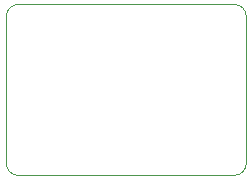
<source format=gbr>
%TF.GenerationSoftware,KiCad,Pcbnew,8.0.3*%
%TF.CreationDate,2024-11-06T18:21:17+09:00*%
%TF.ProjectId,M5StackCam-20240924,4d355374-6163-46b4-9361-6d2d32303234,rev?*%
%TF.SameCoordinates,Original*%
%TF.FileFunction,Profile,NP*%
%FSLAX46Y46*%
G04 Gerber Fmt 4.6, Leading zero omitted, Abs format (unit mm)*
G04 Created by KiCad (PCBNEW 8.0.3) date 2024-11-06 18:21:17*
%MOMM*%
%LPD*%
G01*
G04 APERTURE LIST*
%TA.AperFunction,Profile*%
%ADD10C,0.050000*%
%TD*%
G04 APERTURE END LIST*
D10*
X19050000Y-9652000D02*
G75*
G02*
X18034000Y-10668000I-1016002J2D01*
G01*
X-254000Y-10668000D02*
G75*
G02*
X-1270000Y-9652000I2J1016002D01*
G01*
X-1270000Y2794000D02*
G75*
G02*
X-254000Y3810000I1016002J-2D01*
G01*
X18034000Y3810000D02*
G75*
G02*
X19050000Y2794000I0J-1016000D01*
G01*
X19050000Y-9652000D02*
X19050000Y2794000D01*
X-254000Y-10668000D02*
X18034000Y-10668000D01*
X-1270000Y2794000D02*
X-1270000Y-9652000D01*
X18034000Y3810000D02*
X-254000Y3810000D01*
M02*

</source>
